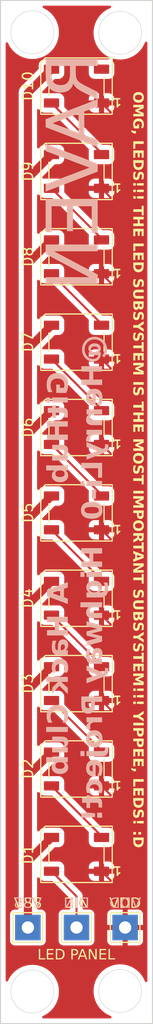
<source format=kicad_pcb>
(kicad_pcb (version 20240108) (generator "pcbnew") (generator_version "8.0")
  (layers (0 "F.Cu" signal) (31 "B.Cu" signal) (34 "B.Paste" user) (35 "F.Paste" user) (36 "B.SilkS" user "B.Silkscreen") (37 "F.SilkS" user "F.Silkscreen") (38 "B.Mask" user) (39 "F.Mask" user) (44 "Edge.Cuts" user))
  (net 0 "")
  (net 1 "Net-(D1-VDD)")
  (net 2 "Net-(D1-VSS)")
  (net 3 "Net-(D1-DOUT)")
  (net 4 "DIN")
  (net 5 "Net-(D2-DOUT)")
  (net 6 "Net-(D3-DOUT)")
  (net 7 "Net-(D4-DOUT)")
  (net 8 "Net-(D5-DOUT)")
  (net 9 "Net-(D6-DOUT)")
  (net 10 "Net-(D7-DOUT)")
  (net 11 "Net-(D8-DOUT)")
  (net 12 "Net-(D10-DIN)")
  (footprint "LED_SMD:LED_WS2812B_PLCC4_5.0x5.0mm_P3.2mm" (layer "F.Cu") (at 47.625 73.81875 180)
    (property "Reference" "D5" (at 4.7625 0 90) (layer "F.SilkS"))
    (property "Value" "WS2812B")
    (fp_line (start 3.5 2.3) (end 3.5 -2.75) (stroke (width 0.12)) (layer "F.SilkS"))
    (fp_line (start 3.05 2.75) (end 3.5 2.3) (stroke (width 0.12)) (layer "F.SilkS"))
    (fp_line (start 2.7 0.9) (end 2.7 -0.9) (stroke (width 0.12)) (layer "F.SilkS"))
    (fp_line (start -2.7 0.9) (end -2.7 -0.9) (stroke (width 0.12)) (layer "F.SilkS"))
    (fp_line (start -3.5 2.75) (end 3.05 2.75) (stroke (width 0.12)) (layer "F.SilkS"))
    (fp_line (start -3.5 -2.75) (end 3.5 -2.75) (stroke (width 0.12)) (layer "F.SilkS"))
    (fp_line (start -3.5 -2.75) (end -3.5 2.75) (stroke (width 0.12)) (layer "F.SilkS"))
    (fp_text user "1" (at -4 -1.6 180) (layer "F.SilkS") (effects (font (size 0.8 0.8))))
    (pad "1" smd roundrect (at -2.45 -1.65 180) (size 1.5 0.9) (layers "F.Cu" "F.Paste" "F.Mask") (roundrect_rratio 0.1) (net 1 "Net-(D1-VDD)"))
    (pad "2" smd roundrect (at -2.45 1.65 180) (size 1.5 0.9) (layers "F.Cu" "F.Paste" "F.Mask") (roundrect_rratio 0.1) (net 8 "Net-(D5-DOUT)"))
    (pad "3" smd roundrect (at 2.45 1.65 180) (size 1.5 0.9) (layers "F.Cu" "F.Paste" "F.Mask") (roundrect_rratio 0.1) (net 2 "Net-(D1-VSS)"))
    (pad "4" smd roundrect (at 2.45 -1.65 180) (size 1.5 0.9) (layers "F.Cu" "F.Paste" "F.Mask") (roundrect_rratio 0.1) (net 7 "Net-(D4-DOUT)"))
  )
  (footprint "LED_SMD:LED_WS2812B_PLCC4_5.0x5.0mm_P3.2mm" (layer "F.Cu") (at 47.625 65.484375 180)
    (property "Reference" "D6" (at 4.7625 0 90) (layer "F.SilkS"))
    (property "Value" "WS2812B")
    (fp_line (start 3.5 2.3) (end 3.5 -2.75) (stroke (width 0.12)) (layer "F.SilkS"))
    (fp_line (start 3.05 2.75) (end 3.5 2.3) (stroke (width 0.12)) (layer "F.SilkS"))
    (fp_line (start 2.7 0.9) (end 2.7 -0.9) (stroke (width 0.12)) (layer "F.SilkS"))
    (fp_line (start -2.7 0.9) (end -2.7 -0.9) (stroke (width 0.12)) (layer "F.SilkS"))
    (fp_line (start -3.5 2.75) (end 3.05 2.75) (stroke (width 0.12)) (layer "F.SilkS"))
    (fp_line (start -3.5 -2.75) (end 3.5 -2.75) (stroke (width 0.12)) (layer "F.SilkS"))
    (fp_line (start -3.5 -2.75) (end -3.5 2.75) (stroke (width 0.12)) (layer "F.SilkS"))
    (fp_text user "1" (at -4 -1.6 180) (layer "F.SilkS") (effects (font (size 0.8 0.8))))
    (pad "1" smd roundrect (at -2.45 -1.65 180) (size 1.5 0.9) (layers "F.Cu" "F.Paste" "F.Mask") (roundrect_rratio 0.1) (net 1 "Net-(D1-VDD)"))
    (pad "2" smd roundrect (at -2.45 1.65 180) (size 1.5 0.9) (layers "F.Cu" "F.Paste" "F.Mask") (roundrect_rratio 0.1) (net 9 "Net-(D6-DOUT)"))
    (pad "3" smd roundrect (at 2.45 1.65 180) (size 1.5 0.9) (layers "F.Cu" "F.Paste" "F.Mask") (roundrect_rratio 0.1) (net 2 "Net-(D1-VSS)"))
    (pad "4" smd roundrect (at 2.45 -1.65 180) (size 1.5 0.9) (layers "F.Cu" "F.Paste" "F.Mask") (roundrect_rratio 0.1) (net 8 "Net-(D5-DOUT)"))
  )
  (footprint "LED_SMD:LED_WS2812B_PLCC4_5.0x5.0mm_P3.2mm" (layer "F.Cu") (at 47.625 32.146875 180)
    (property "Reference" "D10" (at 4.7625 0 90) (layer "F.SilkS"))
    (property "Value" "WS2812B")
    (fp_line (start 3.5 2.3) (end 3.5 -2.75) (stroke (width 0.12)) (layer "F.SilkS"))
    (fp_line (start 3.05 2.75) (end 3.5 2.3) (stroke (width 0.12)) (layer "F.SilkS"))
    (fp_line (start 2.7 0.9) (end 2.7 -0.9) (stroke (width 0.12)) (layer "F.SilkS"))
    (fp_line (start -2.7 0.9) (end -2.7 -0.9) (stroke (width 0.12)) (layer "F.SilkS"))
    (fp_line (start -3.5 2.75) (end 3.05 2.75) (stroke (width 0.12)) (layer "F.SilkS"))
    (fp_line (start -3.5 -2.75) (end 3.5 -2.75) (stroke (width 0.12)) (layer "F.SilkS"))
    (fp_line (start -3.5 -2.75) (end -3.5 2.75) (stroke (width 0.12)) (layer "F.SilkS"))
    (fp_text user "1" (at -4 -1.6 180) (layer "F.SilkS") (effects (font (size 0.8 0.8))))
    (pad "1" smd roundrect (at -2.45 -1.65 180) (size 1.5 0.9) (layers "F.Cu" "F.Paste" "F.Mask") (roundrect_rratio 0.1) (net 1 "Net-(D1-VDD)"))
    (pad "2" smd roundrect (at -2.45 1.65 180) (size 1.5 0.9) (layers "F.Cu" "F.Paste" "F.Mask") (roundrect_rratio 0.1))
    (pad "3" smd roundrect (at 2.45 1.65 180) (size 1.5 0.9) (layers "F.Cu" "F.Paste" "F.Mask") (roundrect_rratio 0.1) (net 2 "Net-(D1-VSS)"))
    (pad "4" smd roundrect (at 2.45 -1.65 180) (size 1.5 0.9) (layers "F.Cu" "F.Paste" "F.Mask") (roundrect_rratio 0.1) (net 12 "Net-(D10-DIN)"))
  )
  (footprint "LED_SMD:LED_WS2812B_PLCC4_5.0x5.0mm_P3.2mm" (layer "F.Cu") (at 47.625 40.48125 180)
    (property "Reference" "D9" (at 4.7625 0 90) (layer "F.SilkS"))
    (property "Value" "WS2812B")
    (fp_line (start 3.5 2.3) (end 3.5 -2.75) (stroke (width 0.12)) (layer "F.SilkS"))
    (fp_line (start 3.05 2.75) (end 3.5 2.3) (stroke (width 0.12)) (layer "F.SilkS"))
    (fp_line (start 2.7 0.9) (end 2.7 -0.9) (stroke (width 0.12)) (layer "F.SilkS"))
    (fp_line (start -2.7 0.9) (end -2.7 -0.9) (stroke (width 0.12)) (layer "F.SilkS"))
    (fp_line (start -3.5 2.75) (end 3.05 2.75) (stroke (width 0.12)) (layer "F.SilkS"))
    (fp_line (start -3.5 -2.75) (end 3.5 -2.75) (stroke (width 0.12)) (layer "F.SilkS"))
    (fp_line (start -3.5 -2.75) (end -3.5 2.75) (stroke (width 0.12)) (layer "F.SilkS"))
    (fp_text user "1" (at -4 -1.6 180) (layer "F.SilkS") (effects (font (size 0.8 0.8))))
    (pad "1" smd roundrect (at -2.45 -1.65 180) (size 1.5 0.9) (layers "F.Cu" "F.Paste" "F.Mask") (roundrect_rratio 0.1) (net 1 "Net-(D1-VDD)"))
    (pad "2" smd roundrect (at -2.45 1.65 180) (size 1.5 0.9) (layers "F.Cu" "F.Paste" "F.Mask") (roundrect_rratio 0.1) (net 12 "Net-(D10-DIN)"))
    (pad "3" smd roundrect (at 2.45 1.65 180) (size 1.5 0.9) (layers "F.Cu" "F.Paste" "F.Mask") (roundrect_rratio 0.1) (net 2 "Net-(D1-VSS)"))
    (pad "4" smd roundrect (at 2.45 -1.65 180) (size 1.5 0.9) (layers "F.Cu" "F.Paste" "F.Mask") (roundrect_rratio 0.1) (net 11 "Net-(D8-DOUT)"))
  )
  (footprint "" (layer "F.Cu") (at 50.075 80.503125)
    (property "Reference" "" (at 0 0 0) (layer "F.SilkS") (effects (font (size 1.27 1.27))))
    (property "Value" "")
    (pad "2" smd roundrect (at 0 0 180) (size 1.5 0.9) (layers "F.Cu" "F.Paste" "F.Mask") (roundrect_rratio 0.1) (net 7 "Net-(D4-DOUT)"))
  )
  (footprint "LED_SMD:LED_WS2812B_PLCC4_5.0x5.0mm_P3.2mm" (layer "F.Cu") (at 47.625 107.15625 180)
    (property "Reference" "D1" (at 4.7625 0 90) (layer "F.SilkS"))
    (property "Value" "WS2812B")
    (fp_line (start 3.5 2.3) (end 3.5 -2.75) (stroke (width 0.12)) (layer "F.SilkS"))
    (fp_line (start 3.05 2.75) (end 3.5 2.3) (stroke (width 0.12)) (layer "F.SilkS"))
    (fp_line (start 2.7 0.9) (end 2.7 -0.9) (stroke (width 0.12)) (layer "F.SilkS"))
    (fp_line (start -2.7 0.9) (end -2.7 -0.9) (stroke (width 0.12)) (layer "F.SilkS"))
    (fp_line (start -3.5 2.75) (end 3.05 2.75) (stroke (width 0.12)) (layer "F.SilkS"))
    (fp_line (start -3.5 -2.75) (end 3.5 -2.75) (stroke (width 0.12)) (layer "F.SilkS"))
    (fp_line (start -3.5 -2.75) (end -3.5 2.75) (stroke (width 0.12)) (layer "F.SilkS"))
    (fp_text user "1" (at -4 -1.6 180) (layer "F.SilkS") (effects (font (size 0.8 0.8))))
    (pad "1" smd roundrect (at -2.45 -1.65 180) (size 1.5 0.9) (layers "F.Cu" "F.Paste" "F.Mask") (roundrect_rratio 0.1) (net 1 "Net-(D1-VDD)"))
    (pad "2" smd roundrect (at -2.45 1.65 180) (size 1.5 0.9) (layers "F.Cu" "F.Paste" "F.Mask") (roundrect_rratio 0.1) (net 3 "Net-(D1-DOUT)"))
    (pad "3" smd roundrect (at 2.45 1.65 180) (size 1.5 0.9) (layers "F.Cu" "F.Paste" "F.Mask") (roundrect_rratio 0.1) (net 2 "Net-(D1-VSS)"))
    (pad "4" smd roundrect (at 2.45 -1.65 180) (size 1.5 0.9) (layers "F.Cu" "F.Paste" "F.Mask") (roundrect_rratio 0.1) (net 4 "DIN"))
  )
  (footprint "TestPoint:TestPoint_THTPad_2.5x2.5mm_Drill1.2mm" (layer "F.Cu") (at 52.3875 114.3)
    (property "Reference" "REF**" (hide yes))
    (property "Value" "TestPoint_THTPad_2.5x2.5mm_Drill1.2mm" (hide yes))
    (fp_line (start -1.45 -1.45) (end 1.45 -1.45) (stroke (width 0.12)) (layer "F.SilkS"))
    (fp_line (start -1.45 1.45) (end -1.45 -1.45) (stroke (width 0.12)) (layer "F.SilkS"))
    (fp_line (start 1.45 -1.45) (end 1.45 1.45) (stroke (width 0.12)) (layer "F.SilkS"))
    (fp_line (start 1.45 1.45) (end -1.45 1.45) (stroke (width 0.12)) (layer "F.SilkS"))
    (pad "3" thru_hole rect (at 0 0) (size 2.5 2.5) (drill 1.2) (layers "*.Cu" "*.Mask") (net 1 "Net-(D1-VDD)"))
  )
  (footprint "LED_SMD:LED_WS2812B_PLCC4_5.0x5.0mm_P3.2mm" (layer "F.Cu") (at 47.625 98.821875 180)
    (property "Reference" "D2" (at 4.7625 0 90) (layer "F.SilkS"))
    (property "Value" "WS2812B")
    (fp_line (start 3.5 2.3) (end 3.5 -2.75) (stroke (width 0.12)) (layer "F.SilkS"))
    (fp_line (start 3.05 2.75) (end 3.5 2.3) (stroke (width 0.12)) (layer "F.SilkS"))
    (fp_line (start 2.7 0.9) (end 2.7 -0.9) (stroke (width 0.12)) (layer "F.SilkS"))
    (fp_line (start -2.7 0.9) (end -2.7 -0.9) (stroke (width 0.12)) (layer "F.SilkS"))
    (fp_line (start -3.5 2.75) (end 3.05 2.75) (stroke (width 0.12)) (layer "F.SilkS"))
    (fp_line (start -3.5 -2.75) (end 3.5 -2.75) (stroke (width 0.12)) (layer "F.SilkS"))
    (fp_line (start -3.5 -2.75) (end -3.5 2.75) (stroke (width 0.12)) (layer "F.SilkS"))
    (fp_text user "1" (at -4 -1.6 180) (layer "F.SilkS") (effects (font (size 0.8 0.8))))
    (pad "1" smd roundrect (at -2.45 -1.65 180) (size 1.5 0.9) (layers "F.Cu" "F.Paste" "F.Mask") (roundrect_rratio 0.1) (net 1 "Net-(D1-VDD)"))
    (pad "2" smd roundrect (at -2.45 1.65 180) (size 1.5 0.9) (layers "F.Cu" "F.Paste" "F.Mask") (roundrect_rratio 0.1) (net 5 "Net-(D2-DOUT)"))
    (pad "3" smd roundrect (at 2.45 1.65 180) (size 1.5 0.9) (layers "F.Cu" "F.Paste" "F.Mask") (roundrect_rratio 0.1) (net 2 "Net-(D1-VSS)"))
    (pad "4" smd roundrect (at 2.45 -1.65 180) (size 1.5 0.9) (layers "F.Cu" "F.Paste" "F.Mask") (roundrect_rratio 0.1) (net 3 "Net-(D1-DOUT)"))
  )
  (footprint "TestPoint:TestPoint_THTPad_2.5x2.5mm_Drill1.2mm" (layer "F.Cu") (at 47.625 114.3)
    (property "Reference" "REF**" (hide yes))
    (property "Value" "TestPoint_THTPad_2.5x2.5mm_Drill1.2mm" (hide yes))
    (fp_line (start -1.45 -1.45) (end 1.45 -1.45) (stroke (width 0.12)) (layer "F.SilkS"))
    (fp_line (start -1.45 1.45) (end -1.45 -1.45) (stroke (width 0.12)) (layer "F.SilkS"))
    (fp_line (start 1.45 -1.45) (end 1.45 1.45) (stroke (width 0.12)) (layer "F.SilkS"))
    (fp_line (start 1.45 1.45) (end -1.45 1.45) (stroke (width 0.12)) (layer "F.SilkS"))
    (pad "2" thru_hole rect (at 0 0) (size 2.5 2.5) (drill 1.2) (layers "*.Cu" "*.Mask") (net 4 "DIN"))
  )
  (footprint "LED_SMD:LED_WS2812B_PLCC4_5.0x5.0mm_P3.2mm" (layer "F.Cu") (at 47.625 57.15 180)
    (property "Reference" "D7" (at 4.7625 0 90) (layer "F.SilkS"))
    (property "Value" "WS2812B")
    (fp_line (start 3.5 2.3) (end 3.5 -2.75) (stroke (width 0.12)) (layer "F.SilkS"))
    (fp_line (start 3.05 2.75) (end 3.5 2.3) (stroke (width 0.12)) (layer "F.SilkS"))
    (fp_line (start 2.7 0.9) (end 2.7 -0.9) (stroke (width 0.12)) (layer "F.SilkS"))
    (fp_line (start -2.7 0.9) (end -2.7 -0.9) (stroke (width 0.12)) (layer "F.SilkS"))
    (fp_line (start -3.5 2.75) (end 3.05 2.75) (stroke (width 0.12)) (layer "F.SilkS"))
    (fp_line (start -3.5 -2.75) (end 3.5 -2.75) (stroke (width 0.12)) (layer "F.SilkS"))
    (fp_line (start -3.5 -2.75) (end -3.5 2.75) (stroke (width 0.12)) (layer "F.SilkS"))
    (fp_text user "1" (at -4 -1.6 180) (layer "F.SilkS") (effects (font (size 0.8 0.8))))
    (pad "1" smd roundrect (at -2.45 -1.65 180) (size 1.5 0.9) (layers "F.Cu" "F.Paste" "F.Mask") (roundrect_rratio 0.1) (net 1 "Net-(D1-VDD)"))
    (pad "2" smd roundrect (at -2.45 1.65 180) (size 1.5 0.9) (layers "F.Cu" "F.Paste" "F.Mask") (roundrect_rratio 0.1) (net 10 "Net-(D7-DOUT)"))
    (pad "3" smd roundrect (at 2.45 1.65 180) (size 1.5 0.9) (layers "F.Cu" "F.Paste" "F.Mask") (roundrect_rratio 0.1) (net 2 "Net-(D1-VSS)"))
    (pad "4" smd roundrect (at 2.45 -1.65 180) (size 1.5 0.9) (layers "F.Cu" "F.Paste" "F.Mask") (roundrect_rratio 0.1) (net 9 "Net-(D6-DOUT)"))
  )
  (footprint "TestPoint:TestPoint_THTPad_2.5x2.5mm_Drill1.2mm" (layer "F.Cu") (at 42.8625 114.3)
    (property "Reference" "REF**" (hide yes))
    (property "Value" "TestPoint_THTPad_2.5x2.5mm_Drill1.2mm" (hide yes))
    (fp_line (start -1.45 -1.45) (end 1.45 -1.45) (stroke (width 0.12)) (layer "F.SilkS"))
    (fp_line (start -1.45 1.45) (end -1.45 -1.45) (stroke (width 0.12)) (layer "F.SilkS"))
    (fp_line (start 1.45 -1.45) (end 1.45 1.45) (stroke (width 0.12)) (layer "F.SilkS"))
    (fp_line (start 1.45 1.45) (end -1.45 1.45) (stroke (width 0.12)) (layer "F.SilkS"))
    (pad "1" thru_hole rect (at 0 0) (size 2.5 2.5) (drill 1.2) (layers "*.Cu" "*.Mask") (net 2 "Net-(D1-VSS)"))
  )
  (footprint "LED_SMD:LED_WS2812B_PLCC4_5.0x5.0mm_P3.2mm" (layer "F.Cu") (at 47.625 82.153125 180)
    (property "Reference" "D4" (at 4.7625 0 90) (layer "F.SilkS"))
    (property "Value" "WS2812B")
    (fp_line (start 3.5 2.3) (end 3.5 -2.75) (stroke (width 0.12)) (layer "F.SilkS"))
    (fp_line (start 3.05 2.75) (end 3.5 2.3) (stroke (width 0.12)) (layer "F.SilkS"))
    (fp_line (start 2.7 0.9) (end 2.7 -0.9) (stroke (width 0.12)) (layer "F.SilkS"))
    (fp_line (start -2.7 0.9) (end -2.7 -0.9) (stroke (width 0.12)) (layer "F.SilkS"))
    (fp_line (start -3.5 2.75) (end 3.05 2.75) (stroke (width 0.12)) (layer "F.SilkS"))
    (fp_line (start -3.5 -2.75) (end 3.5 -2.75) (stroke (width 0.12)) (layer "F.SilkS"))
    (fp_line (start -3.5 -2.75) (end -3.5 2.75) (stroke (width 0.12)) (layer "F.SilkS"))
    (fp_text user "1" (at -4 -1.6 180) (layer "F.SilkS") (effects (font (size 0.8 0.8))))
    (pad "1" smd roundrect (at -2.45 -1.65 180) (size 1.5 0.9) (layers "F.Cu" "F.Paste" "F.Mask") (roundrect_rratio 0.1) (net 1 "Net-(D1-VDD)"))
    (pad "2" smd roundrect (at -2.45 1.65 180) (size 1.5 0.9) (layers "F.Cu" "F.Paste" "F.Mask") (roundrect_rratio 0.1) (net 7 "Net-(D4-DOUT)"))
    (pad "3" smd roundrect (at 2.45 1.65 180) (size 1.5 0.9) (layers "F.Cu" "F.Paste" "F.Mask") (roundrect_rratio 0.1) (net 2 "Net-(D1-VSS)"))
    (pad "4" smd roundrect (at 2.45 -1.65 180) (size 1.5 0.9) (layers "F.Cu" "F.Paste" "F.Mask") (roundrect_rratio 0.1) (net 6 "Net-(D3-DOUT)"))
  )
  (footprint "LED_SMD:LED_WS2812B_PLCC4_5.0x5.0mm_P3.2mm" (layer "F.Cu") (at 47.625 90.4875 180)
    (property "Reference" "D3" (at 4.7625 0 90) (layer "F.SilkS"))
    (property "Value" "WS2812B")
    (fp_line (start 3.5 2.3) (end 3.5 -2.75) (stroke (width 0.12)) (layer "F.SilkS"))
    (fp_line (start 3.05 2.75) (end 3.5 2.3) (stroke (width 0.12)) (layer "F.SilkS"))
    (fp_line (start 2.7 0.9) (end 2.7 -0.9) (stroke (width 0.12)) (layer "F.SilkS"))
    (fp_line (start -2.7 0.9) (end -2.7 -0.9) (stroke (width 0.12)) (layer "F.SilkS"))
    (fp_line (start -3.5 2.75) (end 3.05 2.75) (stroke (width 0.12)) (layer "F.SilkS"))
    (fp_line (start -3.5 -2.75) (end 3.5 -2.75) (stroke (width 0.12)) (layer "F.SilkS"))
    (fp_line (start -3.5 -2.75) (end -3.5 2.75) (stroke (width 0.12)) (layer "F.SilkS"))
    (fp_text user "1" (at -4 -1.6 180) (layer "F.SilkS") (effects (font (size 0.8 0.8))))
    (pad "1" smd roundrect (at -2.45 -1.65 180) (size 1.5 0.9) (layers "F.Cu" "F.Paste" "F.Mask") (roundrect_rratio 0.1) (net 1 "Net-(D1-VDD)"))
    (pad "2" smd roundrect (at -2.45 1.65 180) (size 1.5 0.9) (layers "F.Cu" "F.Paste" "F.Mask") (roundrect_rratio 0.1) (net 6 "Net-(D3-DOUT)"))
    (pad "3" smd roundrect (at 2.45 1.65 180) (size 1.5 0.9) (layers "F.Cu" "F.Paste" "F.Mask") (roundrect_rratio 0.1) (net 2 "Net-(D1-VSS)"))
    (pad "4" smd roundrect (at 2.45 -1.65 180) (size 1.5 0.9) (layers "F.Cu" "F.Paste" "F.Mask") (roundrect_rratio 0.1) (net 5 "Net-(D2-DOUT)"))
  )
  (footprint "LED_SMD:LED_WS2812B_PLCC4_5.0x5.0mm_P3.2mm" (layer "F.Cu") (at 47.625 48.815625 180)
    (property "Reference" "D8" (at 4.7625 0 90) (layer "F.SilkS"))
    (property "Value" "WS2812B")
    (fp_line (start 3.5 2.3) (end 3.5 -2.75) (stroke (width 0.12)) (layer "F.SilkS"))
    (fp_line (start 3.05 2.75) (end 3.5 2.3) (stroke (width 0.12)) (layer "F.SilkS"))
    (fp_line (start 2.7 0.9) (end 2.7 -0.9) (stroke (width 0.12)) (layer "F.SilkS"))
    (fp_line (start -2.7 0.9) (end -2.7 -0.9) (stroke (width 0.12)) (layer "F.SilkS"))
    (fp_line (start -3.5 2.75) (end 3.05 2.75) (stroke (width 0.12)) (layer "F.SilkS"))
    (fp_line (start -3.5 -2.75) (end 3.5 -2.75) (stroke (width 0.12)) (layer "F.SilkS"))
    (fp_line (start -3.5 -2.75) (end -3.5 2.75) (stroke (width 0.12)) (layer "F.SilkS"))
    (fp_text user "1" (at -4 -1.6 180) (layer "F.SilkS") (effects (font (size 0.8 0.8))))
    (pad "1" smd roundrect (at -2.45 -1.65 180) (size 1.5 0.9) (layers "F.Cu" "F.Paste" "F.Mask") (roundrect_rratio 0.1) (net 1 "Net-(D1-VDD)"))
    (pad "2" smd roundrect (at -2.45 1.65 180) (size 1.5 0.9) (layers "F.Cu" "F.Paste" "F.Mask") (roundrect_rratio 0.1) (net 11 "Net-(D8-DOUT)"))
    (pad "3" smd roundrect (at 2.45 1.65 180) (size 1.5 0.9) (layers "F.Cu" "F.Paste" "F.Mask") (roundrect_rratio 0.1) (net 2 "Net-(D1-VSS)"))
    (pad "4" smd roundrect (at 2.45 -1.65 180) (size 1.5 0.9) (layers "F.Cu" "F.Paste" "F.Mask") (roundrect_rratio 0.1) (net 10 "Net-(D7-DOUT)"))
  )
  (gr_circle (center 43.3 26.9) (end 45.4 26.9) (stroke (width 0.05)) (fill none) (layer "Edge.Cuts"))
  (gr_rect (start 40.18125 23.79375) (end 55.06875 123.676463) (stroke (width 0.1)) (fill none) (layer "Edge.Cuts"))
  (gr_circle (center 51.9 26.95) (end 51.9 29.05) (stroke (width 0.05)) (fill none) (layer "Edge.Cuts"))
  (gr_circle (center 51.9 120.5) (end 49.8 120.5) (stroke (width 0.05)) (fill none) (layer "Edge.Cuts"))
  (gr_circle (center 43.3 120.55) (end 43.3 118.45) (stroke (width 0.05)) (fill none) (layer "Edge.Cuts"))
  (gr_text "DIN" (at 47.625 112.55 0) (layer "B.SilkS") (effects (font (size 1 1) (thickness 0.1)) (justify bottom mirror)))
  (gr_text "RAVEN" (at 47.625 40.48125 90) (layer "B.SilkS") (effects (font (size 5 5) (thickness 0.375)) (justify mirror)))
  (gr_text "VSS" (at 42.8625 112.55 0) (layer "B.SilkS") (effects (font (size 1 1) (thickness 0.1)) (justify bottom mirror)))
  (gr_text "A Hack Club \nHighway Project!\n" (at 47.625 90.4875 90) (layer "B.SilkS") (effects (font (size 2 2) (thickness 0.4) (bold yes)) (justify mirror)))
  (gr_text "VDD" (at 52.3875 112.55 0) (layer "B.SilkS") (effects (font (size 1 1) (thickness 0.1)) (justify bottom mirror)))
  (gr_text "GitHub\n@HenryLi-0" (at 47.625 65.484375 90) (layer "B.SilkS") (effects (font (size 2 2) (thickness 0.4) (bold yes)) (justify mirror)))
  (gr_text "DIN" (at 47.625 112.55 0) (layer "F.SilkS") (effects (font (size 1 1) (thickness 0.1)) (justify bottom)))
  (gr_text "OMG, LEDS!!! THE LED SUBSYSTEM IS THE MOST IMPORTANT SUBSYSTEM!!! YIPPEE, LEDS! :D" (at 53.6 69.6 270) (layer "F.SilkS") (effects (font (size 1 1) (thickness 0.2) (bold yes))))
  (gr_text "LED PANEL" (at 47.6 117 0) (layer "F.SilkS") (effects (font (size 1 1))))
  (gr_text "VDD" (at 52.3875 112.55 0) (layer "F.SilkS") (effects (font (size 1 1) (thickness 0.1)) (justify bottom)))
  (gr_text "VSS" (at 42.8625 112.55 0) (layer "F.SilkS") (effects (font (size 1 1) (thickness 0.1)) (justify bottom)))
  (segment (start 52.3875 86.115625) (end 52.3875 86.915625) (width 0.2) (layer "F.Cu") (net 1))
  (segment (start 52.3875 52.778125) (end 52.3875 53.578125) (width 0.2) (layer "F.Cu") (net 1))
  (segment (start 52.3875 86.915625) (end 52.3875 78.58125) (width 0.2) (layer "F.Cu") (net 1))
  (segment (start 52.3875 53.578125) (end 52.3875 45.24375) (width 0.2) (layer "F.Cu") (net 1))
  (segment (start 52.3875 69.446875) (end 52.3875 70.246875) (width 0.2) (layer "F.Cu") (net 1))
  (segment (start 52.3875 36.109375) (end 50.075 33.796875) (width 0.2) (layer "F.Cu") (net 1))
  (segment (start 52.3875 114.3) (end 52.3875 111.91875) (width 0.2) (layer "F.Cu") (net 1))
  (segment (start 52.3875 111.91875) (end 52.3875 103.584375) (width 0.2) (layer "F.Cu") (net 1))
  (segment (start 52.3875 111.11875) (end 52.3875 111.91875) (width 0.2) (layer "F.Cu") (net 1))
  (segment (start 50.075 75.46875) (end 52.3875 77.78125) (width 0.2) (layer "F.Cu") (net 1))
  (segment (start 52.3875 102.784375) (end 52.3875 103.584375) (width 0.2) (layer "F.Cu") (net 1))
  (segment (start 52.3875 61.1125) (end 52.3875 61.9125) (width 0.2) (layer "F.Cu") (net 1))
  (segment (start 52.3875 95.25) (end 52.3875 86.915625) (width 0.2) (layer "F.Cu") (net 1))
  (segment (start 50.075 92.1375) (end 52.3875 94.45) (width 0.2) (layer "F.Cu") (net 1))
  (segment (start 50.075 67.134375) (end 52.3875 69.446875) (width 0.2) (layer "F.Cu") (net 1))
  (segment (start 52.3875 77.78125) (end 52.3875 78.58125) (width 0.2) (layer "F.Cu") (net 1))
  (segment (start 50.075 42.13125) (end 52.3875 44.44375) (width 0.2) (layer "F.Cu") (net 1))
  (segment (start 52.3875 45.24375) (end 52.3875 36.109375) (width 0.2) (layer "F.Cu") (net 1))
  (segment (start 52.3875 78.58125) (end 52.3875 70.246875) (width 0.2) (layer "F.Cu") (net 1))
  (segment (start 50.075 50.465625) (end 52.3875 52.778125) (width 0.2) (layer "F.Cu") (net 1))
  (segment (start 52.3875 61.9125) (end 52.3875 53.578125) (width 0.2) (layer "F.Cu") (net 1))
  (segment (start 52.3875 103.584375) (end 52.3875 95.25) (width 0.2) (layer "F.Cu") (net 1))
  (segment (start 50.075 100.471875) (end 52.3875 102.784375) (width 0.2) (layer "F.Cu") (net 1))
  (segment (start 52.3875 44.44375) (end 52.3875 45.24375) (width 0.2) (layer "F.Cu") (net 1))
  (segment (start 50.075 83.803125) (end 52.3875 86.115625) (width 0.2) (layer "F.Cu") (net 1))
  (segment (start 50.075 58.8) (end 52.3875 61.1125) (width 0.2) (layer "F.Cu") (net 1))
  (segment (start 50.075 108.80625) (end 52.3875 111.11875) (width 0.2) (layer "F.Cu") (net 1))
  (segment (start 52.3875 94.45) (end 52.3875 95.25) (width 0.2) (layer "F.Cu") (net 1))
  (segment (start 52.3875 70.246875) (end 52.3875 61.9125) (width 0.2) (layer "F.Cu") (net 1))
  (segment (start 45.175 80.503125) (end 42.8625 82.815625) (width 0.8) (layer "F.Cu") (net 2))
  (segment (start 42.8625 74.48125) (end 42.8625 75.009375) (width 0.2) (layer "F.Cu") (net 2))
  (segment (start 42.8625 58.340625) (end 42.8625 50.00625) (width 0.8) (layer "F.Cu") (net 2))
  (segment (start 42.8625 99.484375) (end 42.8625 100.0125) (width 0.2) (layer "F.Cu") (net 2))
  (segment (start 45.175 55.5) (end 42.8625 57.8125) (width 0.8) (layer "F.Cu") (net 2))
  (segment (start 42.8625 107.81875) (end 42.8625 108.346875) (width 0.2) (layer "F.Cu") (net 2))
  (segment (start 45.175 38.83125) (end 42.8625 41.14375) (width 0.8) (layer "F.Cu") (net 2))
  (segment (start 45.175 88.8375) (end 42.8625 91.15) (width 0.8) (layer "F.Cu") (net 2))
  (segment (start 45.175 105.50625) (end 42.8625 107.81875) (width 0.8) (layer "F.Cu") (net 2))
  (segment (start 45.175 97.171875) (end 42.8625 99.484375) (width 0.8) (layer "F.Cu") (net 2))
  (segment (start 42.8625 49.478125) (end 42.8625 50.00625) (width 0.2) (layer "F.Cu") (net 2))
  (segment (start 45.175 47.165625) (end 42.8625 49.478125) (width 0.8) (layer "F.Cu") (net 2))
  (segment (start 42.8625 82.815625) (end 42.8625 83.34375) (width 0.2) (layer "F.Cu") (net 2))
  (segment (start 42.8625 100.0125) (end 42.8625 91.678125) (width 0.8) (layer "F.Cu") (net 2))
  (segment (start 42.8625 41.671875) (end 42.8625 32.809375) (width 0.8) (layer "F.Cu") (net 2))
  (segment (start 42.8625 75.009375) (end 42.8625 66.675) (width 0.8) (layer "F.Cu") (net 2))
  (segment (start 42.8625 114.3) (end 42.8625 108.346875) (width 0.8) (layer "F.Cu") (net 2))
  (segment (start 42.8625 91.678125) (end 42.8625 83.34375) (width 0.8) (layer "F.Cu") (net 2))
  (segment (start 42.8625 91.15) (end 42.8625 91.678125) (width 0.2) (layer "F.Cu") (net 2))
  (segment (start 42.8625 108.346875) (end 42.8625 100.0125) (width 0.8) (layer "F.Cu") (net 2))
  (segment (start 42.8625 83.34375) (end 42.8625 75.009375) (width 0.8) (layer "F.Cu") (net 2))
  (segment (start 42.8625 32.809375) (end 45.175 30.496875) (width 0.8) (layer "F.Cu") (net 2))
  (segment (start 45.175 72.16875) (end 42.8625 74.48125) (width 0.8) (layer "F.Cu") (net 2))
  (segment (start 42.8625 57.8125) (end 42.8625 58.340625) (width 0.2) (layer "F.Cu") (net 2))
  (segment (start 42.8625 66.675) (end 42.8625 58.340625) (width 0.8) (layer "F.Cu") (net 2))
  (segment (start 42.8625 41.14375) (end 42.8625 41.671875) (width 0.2) (layer "F.Cu") (net 2))
  (segment (start 42.8625 50.00625) (end 42.8625 41.671875) (width 0.8) (layer "F.Cu") (net 2))
  (segment (start 42.8625 66.146875) (end 42.8625 66.675) (width 0.2) (layer "F.Cu") (net 2))
  (segment (start 45.175 63.834375) (end 42.8625 66.146875) (width 0.8) (layer "F.Cu") (net 2))
  (segment (start 45.175 100.471875) (end 50.075 105.371875) (width 0.2) (layer "F.Cu") (net 3))
  (segment (start 50.075 105.371875) (end 50.075 105.50625) (width 0.2) (layer "F.Cu") (net 3))
  (segment (start 45.175 108.80625) (end 47.625 111.25625) (width 0.2) (layer "F.Cu") (net 4))
  (segment (start 47.625 111.25625) (end 47.625 114.3) (width 0.2) (layer "F.Cu") (net 4))
  (segment (start 45.175 92.1375) (end 50.075 97.0375) (width 0.2) (layer "F.Cu") (net 5))
  (segment (start 50.075 97.0375) (end 50.075 97.171875) (width 0.2) (layer "F.Cu") (net 5))
  (segment (start 45.175 83.803125) (end 50.075 88.703125) (width 0.2) (layer "F.Cu") (net 6))
  (segment (start 50.075 88.703125) (end 50.075 88.8375) (width 0.2) (layer "F.Cu") (net 6))
  (segment (start 50.075 80.36875) (end 50.075 80.503125) (width 0.2) (layer "F.Cu") (net 7))
  (segment (start 45.175 75.46875) (end 50.075 80.36875) (width 0.2) (layer "F.Cu") (net 7))
  (segment (start 45.175 67.134375) (end 50.075 72.034375) (width 0.2) (layer "F.Cu") (net 8))
  (segment (start 50.075 72.034375) (end 50.075 72.16875) (width 0.2) (layer "F.Cu") (net 8))
  (segment (start 45.175 58.8) (end 50.075 63.7) (width 0.2) (layer "F.Cu") (net 9))
  (segment (start 50.075 63.7) (end 50.075 63.834375) (width 0.2) (layer "F.Cu") (net 9))
  (segment (start 45.175 50.465625) (end 50.075 55.365625) (width 0.2) (layer "F.Cu") (net 10))
  (segment (start 50.075 55.365625) (end 50.075 55.5) (width 0.2) (layer "F.Cu") (net 10))
  (segment (start 45.175 42.13125) (end 50.075 47.03125) (width 0.2) (layer "F.Cu") (net 11))
  (segment (start 50.075 47.03125) (end 50.075 47.165625) (width 0.2) (layer "F.Cu") (net 11))
  (segment (start 50.075 38.696875) (end 50.075 38.83125) (width 0.2) (layer "F.Cu") (net 12))
  (segment (start 45.175 33.796875) (end 50.075 38.696875) (width 0.2) (layer "F.Cu") (net 12))
  (zone (net 1) (net_name "Net-(D1-VDD)") (layer "F.Cu") (connect_pads (clearance 0.5)) (min_thickness 0.25) (fill yes (thermal_gap 0.5) (thermal_bridge_width 0.5))
    (polygon (pts (xy 55.1 23.781249) (xy 55.1 123.6) (xy 40.1625 123.6) (xy 40.1625 23.781249)))
  )
)
</source>
